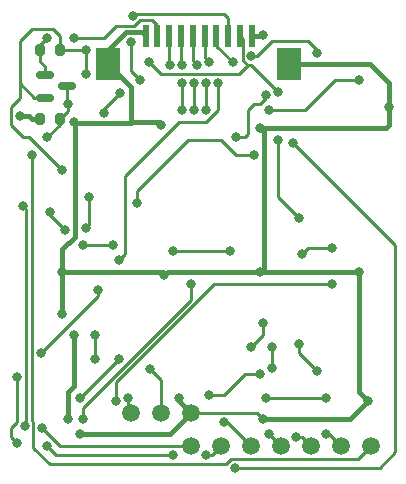
<source format=gbr>
%TF.GenerationSoftware,KiCad,Pcbnew,(5.99.0-9379-gbf5cd2e233)*%
%TF.CreationDate,2021-03-05T23:03:01+01:00*%
%TF.ProjectId,sucker-one-ui-board,7375636b-6572-42d6-9f6e-652d75692d62,rev?*%
%TF.SameCoordinates,Original*%
%TF.FileFunction,Copper,L2,Bot*%
%TF.FilePolarity,Positive*%
%FSLAX46Y46*%
G04 Gerber Fmt 4.6, Leading zero omitted, Abs format (unit mm)*
G04 Created by KiCad (PCBNEW (5.99.0-9379-gbf5cd2e233)) date 2021-03-05 23:03:01*
%MOMM*%
%LPD*%
G01*
G04 APERTURE LIST*
G04 Aperture macros list*
%AMRoundRect*
0 Rectangle with rounded corners*
0 $1 Rounding radius*
0 $2 $3 $4 $5 $6 $7 $8 $9 X,Y pos of 4 corners*
0 Add a 4 corners polygon primitive as box body*
4,1,4,$2,$3,$4,$5,$6,$7,$8,$9,$2,$3,0*
0 Add four circle primitives for the rounded corners*
1,1,$1+$1,$2,$3*
1,1,$1+$1,$4,$5*
1,1,$1+$1,$6,$7*
1,1,$1+$1,$8,$9*
0 Add four rect primitives between the rounded corners*
20,1,$1+$1,$2,$3,$4,$5,0*
20,1,$1+$1,$4,$5,$6,$7,0*
20,1,$1+$1,$6,$7,$8,$9,0*
20,1,$1+$1,$8,$9,$2,$3,0*%
G04 Aperture macros list end*
%TA.AperFunction,SMDPad,CuDef*%
%ADD10RoundRect,0.200000X-0.200000X-0.275000X0.200000X-0.275000X0.200000X0.275000X-0.200000X0.275000X0*%
%TD*%
%TA.AperFunction,SMDPad,CuDef*%
%ADD11RoundRect,0.150000X-0.587500X-0.150000X0.587500X-0.150000X0.587500X0.150000X-0.587500X0.150000X0*%
%TD*%
%TA.AperFunction,SMDPad,CuDef*%
%ADD12RoundRect,0.200000X0.200000X0.275000X-0.200000X0.275000X-0.200000X-0.275000X0.200000X-0.275000X0*%
%TD*%
%TA.AperFunction,SMDPad,CuDef*%
%ADD13C,1.500000*%
%TD*%
%TA.AperFunction,SMDPad,CuDef*%
%ADD14R,0.599999X1.899999*%
%TD*%
%TA.AperFunction,SMDPad,CuDef*%
%ADD15R,2.100001X2.799999*%
%TD*%
%TA.AperFunction,ViaPad*%
%ADD16C,0.800000*%
%TD*%
%TA.AperFunction,Conductor*%
%ADD17C,0.250000*%
%TD*%
%TA.AperFunction,Conductor*%
%ADD18C,0.400000*%
%TD*%
G04 APERTURE END LIST*
D10*
%TO.P,R1,1*%
%TO.N,Net-(J1-Pad9)*%
X68263000Y-69596000D03*
%TO.P,R1,2*%
%TO.N,+3V3*%
X69913000Y-69596000D03*
%TD*%
D11*
%TO.P,Q1,1,G*%
%TO.N,+3V3*%
X68658500Y-73594000D03*
%TO.P,Q1,2,S*%
%TO.N,Net-(J1-Pad9)*%
X68658500Y-71694000D03*
%TO.P,Q1,3,D*%
%TO.N,LED_DATA*%
X70533500Y-72644000D03*
%TD*%
D12*
%TO.P,R2,1*%
%TO.N,LED_DATA*%
X69913000Y-75438000D03*
%TO.P,R2,2*%
%TO.N,+5V*%
X68263000Y-75438000D03*
%TD*%
D13*
%TO.P,TP9,1,1*%
%TO.N,+5V*%
X78486000Y-100330000D03*
%TD*%
%TO.P,TP3,1,1*%
%TO.N,LOW_BTN*%
X88646000Y-103124000D03*
%TD*%
D14*
%TO.P,J1,1,1*%
%TO.N,+5V*%
X86160996Y-68420999D03*
%TO.P,J1,2,2*%
%TO.N,+3V3*%
X85160996Y-68420999D03*
%TO.P,J1,3,3*%
%TO.N,LIFT_BTN*%
X84160995Y-68420999D03*
%TO.P,J1,4,4*%
%TO.N,DROP_BTN*%
X83160997Y-68420999D03*
%TO.P,J1,5,5*%
%TO.N,LOW_BTN*%
X82160996Y-68420999D03*
%TO.P,J1,6,6*%
%TO.N,HIGH_BTN*%
X81160996Y-68420999D03*
%TO.P,J1,7,7*%
%TO.N,REVERSE_BTN*%
X80160995Y-68420999D03*
%TO.P,J1,8,8*%
%TO.N,TRIGGER_BTN*%
X79160995Y-68420999D03*
%TO.P,J1,9,9*%
%TO.N,Net-(J1-Pad9)*%
X78160997Y-68420999D03*
%TO.P,J1,10,10*%
%TO.N,GND*%
X77160996Y-68420999D03*
D15*
%TO.P,J1,MP1,MP1*%
X89310997Y-70770999D03*
%TO.P,J1,MP2,MP2*%
X74010998Y-70770999D03*
%TD*%
D13*
%TO.P,TP4,1,1*%
%TO.N,DROP_BTN*%
X83566000Y-103124000D03*
%TD*%
%TO.P,TP2,1,1*%
%TO.N,LIFT_BTN*%
X81026000Y-103124000D03*
%TD*%
%TO.P,TP7,1,1*%
%TO.N,TRIGGER_BTN*%
X93726000Y-103124000D03*
%TD*%
%TO.P,TP5,1,1*%
%TO.N,REVERSE_BTN*%
X91186000Y-103124000D03*
%TD*%
%TO.P,TP1,1,1*%
%TO.N,GND*%
X81026000Y-100330000D03*
%TD*%
%TO.P,TP8,1,1*%
%TO.N,LED_DATA*%
X96266000Y-103124000D03*
%TD*%
%TO.P,TP10,1,1*%
%TO.N,+3V3*%
X75946000Y-100330000D03*
%TD*%
%TO.P,TP6,1,1*%
%TO.N,HIGH_BTN*%
X86106000Y-103124000D03*
%TD*%
D16*
%TO.N,Net-(U12-Pad3)*%
X87376000Y-99060000D03*
X92456000Y-99060000D03*
%TO.N,DO_REV*%
X86868000Y-97028000D03*
X82550000Y-98806000D03*
%TO.N,GND*%
X80010000Y-99060000D03*
X71628000Y-102108000D03*
X70104000Y-91948000D03*
X71120000Y-93726000D03*
X70612000Y-100838000D03*
%TO.N,Net-(U3-Pad1)*%
X71628000Y-99060000D03*
X74930000Y-95758000D03*
%TO.N,HIGH_BTN*%
X83820000Y-101092000D03*
X87122000Y-92710000D03*
X86106000Y-94742000D03*
%TO.N,TRIGGER_BTN*%
X92456000Y-102108000D03*
%TO.N,REVERSE_BTN*%
X89916000Y-102362000D03*
%TO.N,DO_HIGH*%
X92964000Y-89408000D03*
X74676000Y-99314000D03*
%TO.N,Net-(U11-Pad3)*%
X90424000Y-86868000D03*
X92964000Y-86360000D03*
%TO.N,DO_LOW*%
X84328000Y-86614000D03*
X79502000Y-86614000D03*
%TO.N,LOW_BTN*%
X87630000Y-102108000D03*
X68326000Y-95250000D03*
X66294000Y-97282000D03*
X73152000Y-89916000D03*
X79502000Y-103886000D03*
X66294000Y-102870000D03*
X68834000Y-103124000D03*
%TO.N,Net-(U2-Pad1)*%
X71882000Y-86106000D03*
X74422000Y-86106000D03*
%TO.N,DROP_BTN*%
X89662000Y-77470000D03*
X82296000Y-103886000D03*
X84743995Y-104938990D03*
%TO.N,LIFT_BTN*%
X66941288Y-101418586D03*
X68391299Y-101600000D03*
X66802000Y-82804000D03*
%TO.N,DO_DROP*%
X69088000Y-83312000D03*
X70358000Y-84836000D03*
X86360000Y-78486000D03*
X76454000Y-82550000D03*
%TO.N,Net-(U10-Pad3)*%
X87630000Y-74676000D03*
X95250000Y-72136000D03*
%TO.N,DO_LIFT*%
X84836000Y-76962000D03*
X87376000Y-73406000D03*
%TO.N,LOW_BTN*%
X74930000Y-87376000D03*
X83312000Y-72390000D03*
X82550000Y-70612000D03*
%TO.N,HIGH_BTN*%
X81534000Y-70866000D03*
X82296000Y-72390000D03*
X82296000Y-74639010D03*
%TO.N,REVERSE_BTN*%
X81280000Y-74676000D03*
X80264000Y-70866000D03*
X71882000Y-100838000D03*
X81282651Y-72334979D03*
X81026000Y-89408000D03*
%TO.N,TRIGGER_BTN*%
X80266775Y-72334979D03*
X79248000Y-70866000D03*
X80270590Y-74639010D03*
X87884000Y-94742000D03*
X87884000Y-96520000D03*
%TO.N,DROP_BTN*%
X84582000Y-70612000D03*
X91694000Y-69850000D03*
X86106000Y-70104000D03*
%TO.N,LIFT_BTN*%
X75948778Y-68889021D03*
X76068340Y-66670340D03*
X76708000Y-72136000D03*
X75006597Y-73203940D03*
X73660000Y-74930000D03*
%TO.N,LED_DATA*%
X68834000Y-76962000D03*
X67564000Y-78486000D03*
X70612000Y-74168000D03*
%TO.N,Net-(J1-Pad9)*%
X71120000Y-68580000D03*
X68834000Y-68580000D03*
%TO.N,+3V3*%
X91694000Y-96774000D03*
X90170000Y-94488000D03*
X88392000Y-77216000D03*
X90170000Y-83820000D03*
X75692000Y-99060000D03*
X72898000Y-95758000D03*
X72898000Y-93726000D03*
X72390000Y-82042000D03*
X72136000Y-84637021D03*
X70104000Y-79756000D03*
X72136000Y-71628000D03*
X77430208Y-70597288D03*
X72136000Y-69596000D03*
X88392000Y-73152000D03*
%TO.N,+5V*%
X77555000Y-96605000D03*
X66548000Y-75184000D03*
X87122000Y-68326000D03*
%TO.N,GND*%
X78740000Y-88646000D03*
X70104000Y-88392000D03*
X71120000Y-75692000D03*
X78486000Y-75946000D03*
X87122000Y-100838000D03*
X96012000Y-99314000D03*
X95250000Y-88392000D03*
X86868000Y-88392000D03*
X86868000Y-76200000D03*
X97790000Y-74422000D03*
%TD*%
D17*
%TO.N,Net-(U12-Pad3)*%
X87376000Y-99060000D02*
X92456000Y-99060000D01*
%TO.N,DO_REV*%
X82550000Y-98806000D02*
X83820000Y-98806000D01*
X83820000Y-98806000D02*
X84582000Y-98044000D01*
X84582000Y-98044000D02*
X85598000Y-97028000D01*
X85598000Y-97028000D02*
X86868000Y-97028000D01*
D18*
%TO.N,GND*%
X80010000Y-99314000D02*
X81026000Y-100330000D01*
X80010000Y-99060000D02*
X80010000Y-99314000D01*
X79248000Y-102108000D02*
X81026000Y-100330000D01*
X71628000Y-102108000D02*
X79248000Y-102108000D01*
D17*
%TO.N,LOW_BTN*%
X73152000Y-90424000D02*
X68326000Y-95250000D01*
X73152000Y-89916000D02*
X73152000Y-90424000D01*
D18*
%TO.N,GND*%
X70104000Y-88392000D02*
X70104000Y-91948000D01*
X71120000Y-93726000D02*
X71120000Y-98044000D01*
X70612000Y-98552000D02*
X70612000Y-100838000D01*
X71120000Y-98044000D02*
X70612000Y-98552000D01*
D17*
%TO.N,DO_HIGH*%
X74676000Y-97721413D02*
X74676000Y-99314000D01*
X82989413Y-89408000D02*
X74676000Y-97721413D01*
X92964000Y-89408000D02*
X82989413Y-89408000D01*
%TO.N,REVERSE_BTN*%
X71882000Y-99879002D02*
X71882000Y-100838000D01*
X81026000Y-90735002D02*
X71882000Y-99879002D01*
X81026000Y-89408000D02*
X81026000Y-90735002D01*
%TO.N,Net-(U3-Pad1)*%
X71628000Y-99060000D02*
X74930000Y-95758000D01*
%TO.N,GND*%
X86614000Y-100330000D02*
X87122000Y-100838000D01*
X81026000Y-100330000D02*
X86614000Y-100330000D01*
%TO.N,HIGH_BTN*%
X87122000Y-93726000D02*
X87122000Y-92710000D01*
X86106000Y-103124000D02*
X84074000Y-101092000D01*
X86106000Y-94742000D02*
X87122000Y-93726000D01*
X84074000Y-101092000D02*
X83820000Y-101092000D01*
%TO.N,TRIGGER_BTN*%
X92456000Y-102108000D02*
X92710000Y-102108000D01*
X92710000Y-102108000D02*
X93726000Y-103124000D01*
%TO.N,REVERSE_BTN*%
X89916000Y-102362000D02*
X90424000Y-102362000D01*
X90424000Y-102362000D02*
X91186000Y-103124000D01*
%TO.N,LED_DATA*%
X95176011Y-104213989D02*
X96266000Y-103124000D01*
X84395994Y-104213989D02*
X95176011Y-104213989D01*
X67564000Y-78486000D02*
X67564000Y-100968296D01*
X67666289Y-103226289D02*
X69088000Y-104648000D01*
X69088000Y-104648000D02*
X83961983Y-104648000D01*
X67666289Y-101070585D02*
X67666289Y-103226289D01*
X83961983Y-104648000D02*
X84395994Y-104213989D01*
X67564000Y-100968296D02*
X67666289Y-101070585D01*
%TO.N,DROP_BTN*%
X96991010Y-104938990D02*
X84743995Y-104938990D01*
X89662000Y-77470000D02*
X98298000Y-86106000D01*
X98298000Y-103632000D02*
X96991010Y-104938990D01*
X98298000Y-86106000D02*
X98298000Y-103632000D01*
%TO.N,Net-(U11-Pad3)*%
X90424000Y-86868000D02*
X90932000Y-86360000D01*
X90932000Y-86360000D02*
X92964000Y-86360000D01*
%TO.N,DO_LOW*%
X79502000Y-86614000D02*
X84328000Y-86614000D01*
%TO.N,LOW_BTN*%
X87630000Y-102108000D02*
X88646000Y-103124000D01*
%TO.N,LIFT_BTN*%
X67019001Y-83021001D02*
X67019001Y-101340873D01*
%TO.N,LOW_BTN*%
X66294000Y-101092000D02*
X65786000Y-101600000D01*
X69596000Y-103886000D02*
X79502000Y-103886000D01*
%TO.N,LIFT_BTN*%
X66802000Y-82804000D02*
X67019001Y-83021001D01*
X81026000Y-103124000D02*
X69915299Y-103124000D01*
%TO.N,LOW_BTN*%
X65786000Y-102362000D02*
X66294000Y-102870000D01*
%TO.N,LIFT_BTN*%
X67019001Y-101340873D02*
X66941288Y-101418586D01*
%TO.N,LOW_BTN*%
X66294000Y-97282000D02*
X66294000Y-101092000D01*
%TO.N,LIFT_BTN*%
X69915299Y-103124000D02*
X68391299Y-101600000D01*
%TO.N,LOW_BTN*%
X68834000Y-103124000D02*
X69596000Y-103886000D01*
X65786000Y-101600000D02*
X65786000Y-102362000D01*
D18*
%TO.N,GND*%
X71158001Y-75730001D02*
X71158001Y-85391997D01*
X71158001Y-85391997D02*
X70104000Y-86445998D01*
X70104000Y-86445998D02*
X70104000Y-88392000D01*
D17*
%TO.N,Net-(U2-Pad1)*%
X71882000Y-86106000D02*
X74422000Y-86106000D01*
%TO.N,DROP_BTN*%
X82804000Y-103886000D02*
X83566000Y-103124000D01*
X82296000Y-103886000D02*
X82804000Y-103886000D01*
D18*
%TO.N,GND*%
X71120000Y-75692000D02*
X71158001Y-75730001D01*
D17*
%TO.N,DO_DROP*%
X69088000Y-83566000D02*
X70358000Y-84836000D01*
%TO.N,+3V3*%
X72390000Y-82042000D02*
X72390000Y-84383021D01*
%TO.N,DO_DROP*%
X69088000Y-83312000D02*
X69088000Y-83566000D01*
%TO.N,+3V3*%
X72390000Y-84383021D02*
X72136000Y-84637021D01*
%TO.N,DO_DROP*%
X86360000Y-78486000D02*
X84836000Y-78486000D01*
X83566000Y-77216000D02*
X82804000Y-77216000D01*
D18*
%TO.N,GND*%
X87160001Y-88099999D02*
X86868000Y-88392000D01*
X87160001Y-76492001D02*
X87160001Y-88099999D01*
D17*
%TO.N,DO_DROP*%
X80772000Y-77216000D02*
X80264000Y-77724000D01*
X80264000Y-77724000D02*
X76454000Y-81534000D01*
X82804000Y-77216000D02*
X80772000Y-77216000D01*
D18*
%TO.N,GND*%
X86868000Y-76200000D02*
X87160001Y-76492001D01*
D17*
%TO.N,DO_DROP*%
X76454000Y-81534000D02*
X76454000Y-82550000D01*
X84328000Y-77978000D02*
X83566000Y-77216000D01*
X84836000Y-78486000D02*
X84328000Y-77978000D01*
%TO.N,Net-(U10-Pad3)*%
X87630000Y-74676000D02*
X90678000Y-74676000D01*
X90678000Y-74676000D02*
X92964000Y-72390000D01*
X92964000Y-72390000D02*
X93218000Y-72136000D01*
X93218000Y-72136000D02*
X95250000Y-72136000D01*
%TO.N,+3V3*%
X85852000Y-70866000D02*
X86106000Y-70866000D01*
%TO.N,TRIGGER_BTN*%
X80266775Y-72334979D02*
X80270590Y-72338794D01*
%TO.N,DO_LIFT*%
X85852000Y-76708000D02*
X85852000Y-74676000D01*
%TO.N,REVERSE_BTN*%
X81280000Y-72337630D02*
X81282651Y-72334979D01*
%TO.N,+3V3*%
X86106000Y-70866000D02*
X88392000Y-73152000D01*
%TO.N,DO_LIFT*%
X85598000Y-76962000D02*
X85852000Y-76708000D01*
%TO.N,HIGH_BTN*%
X82296000Y-72390000D02*
X82296000Y-74639010D01*
%TO.N,DO_LIFT*%
X85852000Y-74676000D02*
X86360000Y-74168000D01*
%TO.N,TRIGGER_BTN*%
X80270590Y-72338794D02*
X80270590Y-74639010D01*
%TO.N,DO_LIFT*%
X86868000Y-74168000D02*
X87376000Y-73660000D01*
X86360000Y-74168000D02*
X86868000Y-74168000D01*
X84836000Y-76962000D02*
X85598000Y-76962000D01*
X87376000Y-73660000D02*
X87376000Y-73406000D01*
%TO.N,REVERSE_BTN*%
X81280000Y-74676000D02*
X81280000Y-72337630D01*
%TO.N,+3V3*%
X85852000Y-70866000D02*
X85108022Y-71609978D01*
X78442898Y-71609978D02*
X77430208Y-70597288D01*
X85108022Y-71609978D02*
X78442898Y-71609978D01*
%TO.N,LOW_BTN*%
X83312000Y-72390000D02*
X83312000Y-74676000D01*
X83312000Y-74676000D02*
X82804000Y-75184000D01*
X82804000Y-75184000D02*
X82296000Y-75692000D01*
X82296000Y-75692000D02*
X80010000Y-75692000D01*
X80010000Y-75692000D02*
X75438000Y-80264000D01*
X75438000Y-80264000D02*
X75438000Y-85852000D01*
X75438000Y-85852000D02*
X75438000Y-86868000D01*
X75438000Y-86868000D02*
X74930000Y-87376000D01*
X82160996Y-70222996D02*
X82550000Y-70612000D01*
X82160996Y-68420999D02*
X82160996Y-70222996D01*
%TO.N,HIGH_BTN*%
X81160996Y-68420999D02*
X81160996Y-70492996D01*
X81160996Y-70492996D02*
X81534000Y-70866000D01*
%TO.N,REVERSE_BTN*%
X80160995Y-70762995D02*
X80264000Y-70866000D01*
X80160995Y-68420999D02*
X80160995Y-70762995D01*
D18*
%TO.N,GND*%
X78740000Y-88646000D02*
X79032001Y-88353999D01*
X79032001Y-88353999D02*
X86829999Y-88353999D01*
X86829999Y-88353999D02*
X86868000Y-88392000D01*
D17*
%TO.N,TRIGGER_BTN*%
X79160995Y-70778995D02*
X79248000Y-70866000D01*
X79160995Y-68420999D02*
X79160995Y-70778995D01*
X87884000Y-94742000D02*
X87884000Y-96520000D01*
%TO.N,+3V3*%
X85380999Y-70452001D02*
X85794998Y-70866000D01*
X85380999Y-68641002D02*
X85380999Y-70452001D01*
X85160996Y-68420999D02*
X85380999Y-68641002D01*
X85794998Y-70866000D02*
X85852000Y-70866000D01*
%TO.N,DROP_BTN*%
X83160997Y-68420999D02*
X83160997Y-69190997D01*
X87884000Y-68834000D02*
X90932000Y-68834000D01*
X83160997Y-69190997D02*
X84582000Y-70612000D01*
X91694000Y-69596000D02*
X91694000Y-69850000D01*
X90932000Y-68834000D02*
X91694000Y-69596000D01*
X86106000Y-70104000D02*
X86614000Y-70104000D01*
X86614000Y-70104000D02*
X87884000Y-68834000D01*
%TO.N,LIFT_BTN*%
X76190680Y-66548000D02*
X76068340Y-66670340D01*
%TO.N,Net-(J1-Pad9)*%
X76200000Y-67564000D02*
X76708000Y-67056000D01*
X73660000Y-68580000D02*
X74676000Y-67564000D01*
X76708000Y-67056000D02*
X77724000Y-67056000D01*
%TO.N,LIFT_BTN*%
X75948778Y-71376778D02*
X75948778Y-68889021D01*
D18*
%TO.N,GND*%
X74010998Y-69585000D02*
X75506987Y-68089011D01*
D17*
%TO.N,LIFT_BTN*%
X76708000Y-72136000D02*
X75948778Y-71376778D01*
X84160995Y-66888995D02*
X83820000Y-66548000D01*
D18*
%TO.N,GND*%
X75506987Y-68089011D02*
X76829008Y-68089011D01*
D17*
%TO.N,Net-(J1-Pad9)*%
X77724000Y-67056000D02*
X78160997Y-67492997D01*
X71120000Y-68580000D02*
X73660000Y-68580000D01*
%TO.N,LIFT_BTN*%
X84160995Y-68420999D02*
X84160995Y-66888995D01*
D18*
%TO.N,GND*%
X74010998Y-70770999D02*
X74010998Y-69585000D01*
D17*
%TO.N,Net-(J1-Pad9)*%
X78160997Y-67492997D02*
X78160997Y-68420999D01*
X74676000Y-67564000D02*
X76200000Y-67564000D01*
%TO.N,LIFT_BTN*%
X83820000Y-66548000D02*
X76190680Y-66548000D01*
D18*
%TO.N,GND*%
X76829008Y-68089011D02*
X77160996Y-68420999D01*
D17*
%TO.N,LIFT_BTN*%
X73660000Y-74550537D02*
X75006597Y-73203940D01*
X73660000Y-74930000D02*
X73660000Y-74550537D01*
D18*
%TO.N,GND*%
X71158001Y-75730001D02*
X75907999Y-75730001D01*
X75907999Y-75730001D02*
X75946000Y-75692000D01*
D17*
%TO.N,LED_DATA*%
X69913000Y-75438000D02*
X69913000Y-75883000D01*
X69913000Y-75883000D02*
X68834000Y-76962000D01*
X70612000Y-74168000D02*
X70612000Y-74739000D01*
X70612000Y-74739000D02*
X69913000Y-75438000D01*
X70533500Y-72644000D02*
X70533500Y-74089500D01*
X70533500Y-74089500D02*
X70612000Y-74168000D01*
%TO.N,Net-(J1-Pad9)*%
X68658500Y-70944500D02*
X68658500Y-71694000D01*
X68263000Y-69596000D02*
X68263000Y-70549000D01*
X68263000Y-70549000D02*
X68658500Y-70944500D01*
X78160997Y-68420999D02*
X78160997Y-67585982D01*
X68263000Y-69151000D02*
X68263000Y-69596000D01*
X68834000Y-68580000D02*
X68263000Y-69151000D01*
%TO.N,+3V3*%
X90170000Y-94488000D02*
X90170000Y-95250000D01*
X90170000Y-95250000D02*
X91694000Y-96774000D01*
X88392000Y-82042000D02*
X90170000Y-83820000D01*
X88392000Y-77216000D02*
X88392000Y-82042000D01*
X75692000Y-99060000D02*
X75692000Y-100076000D01*
X75692000Y-100076000D02*
X75946000Y-100330000D01*
X72898000Y-93726000D02*
X72898000Y-95758000D01*
X66548000Y-73660000D02*
X65786000Y-74422000D01*
X65786000Y-74422000D02*
X65786000Y-75692000D01*
X66802000Y-76962000D02*
X67310000Y-76962000D01*
X67310000Y-76962000D02*
X70104000Y-79756000D01*
X66548000Y-72390000D02*
X66548000Y-73660000D01*
X65786000Y-75692000D02*
X65786000Y-75946000D01*
X66294000Y-76454000D02*
X66802000Y-76962000D01*
X65786000Y-75946000D02*
X66294000Y-76454000D01*
X67752000Y-73594000D02*
X68658500Y-73594000D01*
X69913000Y-68389000D02*
X69342000Y-67818000D01*
X67564000Y-67818000D02*
X66548000Y-68834000D01*
X69913000Y-69596000D02*
X69913000Y-68389000D01*
X66548000Y-68834000D02*
X66548000Y-72390000D01*
X69342000Y-67818000D02*
X67564000Y-67818000D01*
X66548000Y-72390000D02*
X67752000Y-73594000D01*
X72136000Y-69596000D02*
X69913000Y-69596000D01*
X72136000Y-69596000D02*
X72136000Y-71628000D01*
%TO.N,+5V*%
X77555000Y-96605000D02*
X78486000Y-97536000D01*
X78486000Y-97536000D02*
X78486000Y-100330000D01*
D18*
X66548000Y-75184000D02*
X67310000Y-75184000D01*
X67310000Y-75184000D02*
X67564000Y-75438000D01*
X67564000Y-75438000D02*
X68263000Y-75438000D01*
X86160996Y-68420999D02*
X87027001Y-68420999D01*
X87027001Y-68420999D02*
X87122000Y-68326000D01*
%TO.N,GND*%
X70104000Y-88392000D02*
X78486000Y-88392000D01*
X78486000Y-88392000D02*
X78740000Y-88646000D01*
X75946000Y-75692000D02*
X78232000Y-75692000D01*
X75946000Y-72706001D02*
X74010998Y-70770999D01*
X75946000Y-75692000D02*
X75946000Y-72706001D01*
X78232000Y-75692000D02*
X78486000Y-75946000D01*
X96012000Y-99314000D02*
X94488000Y-100838000D01*
X94488000Y-100838000D02*
X87122000Y-100838000D01*
X95250000Y-88392000D02*
X95250000Y-98552000D01*
X95250000Y-98552000D02*
X96012000Y-99314000D01*
X86868000Y-88392000D02*
X95250000Y-88392000D01*
X86868000Y-76200000D02*
X97536000Y-76200000D01*
X97536000Y-76200000D02*
X97790000Y-75946000D01*
X97790000Y-75946000D02*
X97790000Y-74422000D01*
X89310997Y-70770999D02*
X96170999Y-70770999D01*
X96170999Y-70770999D02*
X97536000Y-72136000D01*
X97790000Y-72390000D02*
X97790000Y-74422000D01*
X97536000Y-72136000D02*
X97790000Y-72390000D01*
%TD*%
M02*

</source>
